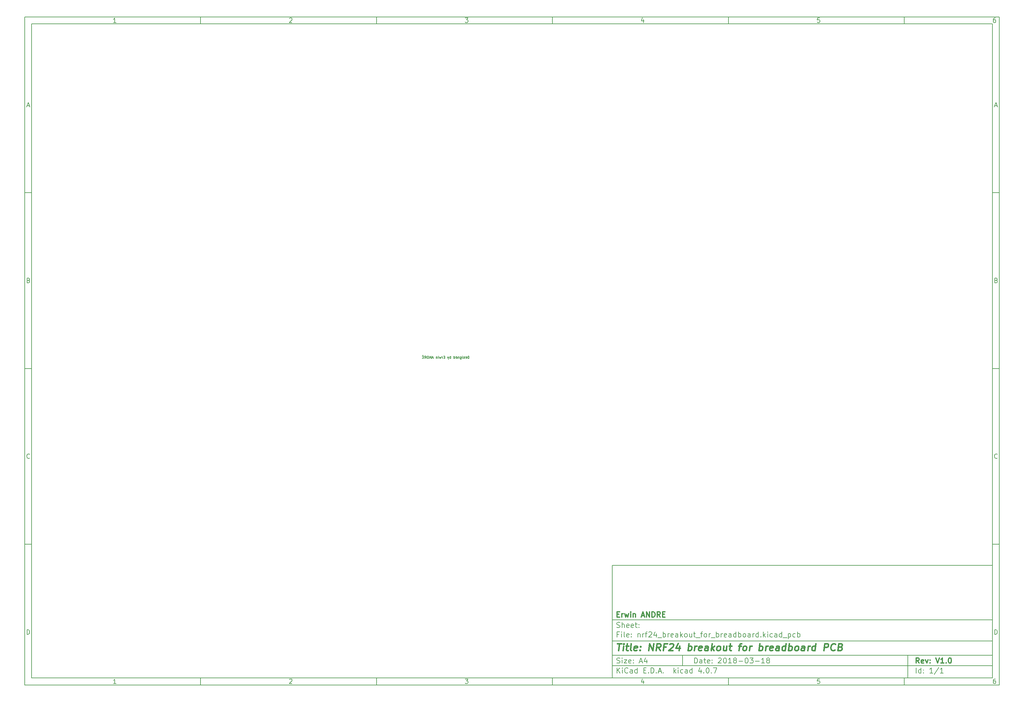
<source format=gbo>
G04 #@! TF.FileFunction,Legend,Bot*
%FSLAX46Y46*%
G04 Gerber Fmt 4.6, Leading zero omitted, Abs format (unit mm)*
G04 Created by KiCad (PCBNEW 4.0.7) date 03/19/18 18:58:34*
%MOMM*%
%LPD*%
G01*
G04 APERTURE LIST*
%ADD10C,0.100000*%
%ADD11C,0.150000*%
%ADD12C,0.300000*%
%ADD13C,0.400000*%
%ADD14C,0.175000*%
G04 APERTURE END LIST*
D10*
D11*
X177002200Y-166007200D02*
X177002200Y-198007200D01*
X285002200Y-198007200D01*
X285002200Y-166007200D01*
X177002200Y-166007200D01*
D10*
D11*
X10000000Y-10000000D02*
X10000000Y-200007200D01*
X287002200Y-200007200D01*
X287002200Y-10000000D01*
X10000000Y-10000000D01*
D10*
D11*
X12000000Y-12000000D02*
X12000000Y-198007200D01*
X285002200Y-198007200D01*
X285002200Y-12000000D01*
X12000000Y-12000000D01*
D10*
D11*
X60000000Y-12000000D02*
X60000000Y-10000000D01*
D10*
D11*
X110000000Y-12000000D02*
X110000000Y-10000000D01*
D10*
D11*
X160000000Y-12000000D02*
X160000000Y-10000000D01*
D10*
D11*
X210000000Y-12000000D02*
X210000000Y-10000000D01*
D10*
D11*
X260000000Y-12000000D02*
X260000000Y-10000000D01*
D10*
D11*
X35990476Y-11588095D02*
X35247619Y-11588095D01*
X35619048Y-11588095D02*
X35619048Y-10288095D01*
X35495238Y-10473810D01*
X35371429Y-10597619D01*
X35247619Y-10659524D01*
D10*
D11*
X85247619Y-10411905D02*
X85309524Y-10350000D01*
X85433333Y-10288095D01*
X85742857Y-10288095D01*
X85866667Y-10350000D01*
X85928571Y-10411905D01*
X85990476Y-10535714D01*
X85990476Y-10659524D01*
X85928571Y-10845238D01*
X85185714Y-11588095D01*
X85990476Y-11588095D01*
D10*
D11*
X135185714Y-10288095D02*
X135990476Y-10288095D01*
X135557143Y-10783333D01*
X135742857Y-10783333D01*
X135866667Y-10845238D01*
X135928571Y-10907143D01*
X135990476Y-11030952D01*
X135990476Y-11340476D01*
X135928571Y-11464286D01*
X135866667Y-11526190D01*
X135742857Y-11588095D01*
X135371429Y-11588095D01*
X135247619Y-11526190D01*
X135185714Y-11464286D01*
D10*
D11*
X185866667Y-10721429D02*
X185866667Y-11588095D01*
X185557143Y-10226190D02*
X185247619Y-11154762D01*
X186052381Y-11154762D01*
D10*
D11*
X235928571Y-10288095D02*
X235309524Y-10288095D01*
X235247619Y-10907143D01*
X235309524Y-10845238D01*
X235433333Y-10783333D01*
X235742857Y-10783333D01*
X235866667Y-10845238D01*
X235928571Y-10907143D01*
X235990476Y-11030952D01*
X235990476Y-11340476D01*
X235928571Y-11464286D01*
X235866667Y-11526190D01*
X235742857Y-11588095D01*
X235433333Y-11588095D01*
X235309524Y-11526190D01*
X235247619Y-11464286D01*
D10*
D11*
X285866667Y-10288095D02*
X285619048Y-10288095D01*
X285495238Y-10350000D01*
X285433333Y-10411905D01*
X285309524Y-10597619D01*
X285247619Y-10845238D01*
X285247619Y-11340476D01*
X285309524Y-11464286D01*
X285371429Y-11526190D01*
X285495238Y-11588095D01*
X285742857Y-11588095D01*
X285866667Y-11526190D01*
X285928571Y-11464286D01*
X285990476Y-11340476D01*
X285990476Y-11030952D01*
X285928571Y-10907143D01*
X285866667Y-10845238D01*
X285742857Y-10783333D01*
X285495238Y-10783333D01*
X285371429Y-10845238D01*
X285309524Y-10907143D01*
X285247619Y-11030952D01*
D10*
D11*
X60000000Y-198007200D02*
X60000000Y-200007200D01*
D10*
D11*
X110000000Y-198007200D02*
X110000000Y-200007200D01*
D10*
D11*
X160000000Y-198007200D02*
X160000000Y-200007200D01*
D10*
D11*
X210000000Y-198007200D02*
X210000000Y-200007200D01*
D10*
D11*
X260000000Y-198007200D02*
X260000000Y-200007200D01*
D10*
D11*
X35990476Y-199595295D02*
X35247619Y-199595295D01*
X35619048Y-199595295D02*
X35619048Y-198295295D01*
X35495238Y-198481010D01*
X35371429Y-198604819D01*
X35247619Y-198666724D01*
D10*
D11*
X85247619Y-198419105D02*
X85309524Y-198357200D01*
X85433333Y-198295295D01*
X85742857Y-198295295D01*
X85866667Y-198357200D01*
X85928571Y-198419105D01*
X85990476Y-198542914D01*
X85990476Y-198666724D01*
X85928571Y-198852438D01*
X85185714Y-199595295D01*
X85990476Y-199595295D01*
D10*
D11*
X135185714Y-198295295D02*
X135990476Y-198295295D01*
X135557143Y-198790533D01*
X135742857Y-198790533D01*
X135866667Y-198852438D01*
X135928571Y-198914343D01*
X135990476Y-199038152D01*
X135990476Y-199347676D01*
X135928571Y-199471486D01*
X135866667Y-199533390D01*
X135742857Y-199595295D01*
X135371429Y-199595295D01*
X135247619Y-199533390D01*
X135185714Y-199471486D01*
D10*
D11*
X185866667Y-198728629D02*
X185866667Y-199595295D01*
X185557143Y-198233390D02*
X185247619Y-199161962D01*
X186052381Y-199161962D01*
D10*
D11*
X235928571Y-198295295D02*
X235309524Y-198295295D01*
X235247619Y-198914343D01*
X235309524Y-198852438D01*
X235433333Y-198790533D01*
X235742857Y-198790533D01*
X235866667Y-198852438D01*
X235928571Y-198914343D01*
X235990476Y-199038152D01*
X235990476Y-199347676D01*
X235928571Y-199471486D01*
X235866667Y-199533390D01*
X235742857Y-199595295D01*
X235433333Y-199595295D01*
X235309524Y-199533390D01*
X235247619Y-199471486D01*
D10*
D11*
X285866667Y-198295295D02*
X285619048Y-198295295D01*
X285495238Y-198357200D01*
X285433333Y-198419105D01*
X285309524Y-198604819D01*
X285247619Y-198852438D01*
X285247619Y-199347676D01*
X285309524Y-199471486D01*
X285371429Y-199533390D01*
X285495238Y-199595295D01*
X285742857Y-199595295D01*
X285866667Y-199533390D01*
X285928571Y-199471486D01*
X285990476Y-199347676D01*
X285990476Y-199038152D01*
X285928571Y-198914343D01*
X285866667Y-198852438D01*
X285742857Y-198790533D01*
X285495238Y-198790533D01*
X285371429Y-198852438D01*
X285309524Y-198914343D01*
X285247619Y-199038152D01*
D10*
D11*
X10000000Y-60000000D02*
X12000000Y-60000000D01*
D10*
D11*
X10000000Y-110000000D02*
X12000000Y-110000000D01*
D10*
D11*
X10000000Y-160000000D02*
X12000000Y-160000000D01*
D10*
D11*
X10690476Y-35216667D02*
X11309524Y-35216667D01*
X10566667Y-35588095D02*
X11000000Y-34288095D01*
X11433333Y-35588095D01*
D10*
D11*
X11092857Y-84907143D02*
X11278571Y-84969048D01*
X11340476Y-85030952D01*
X11402381Y-85154762D01*
X11402381Y-85340476D01*
X11340476Y-85464286D01*
X11278571Y-85526190D01*
X11154762Y-85588095D01*
X10659524Y-85588095D01*
X10659524Y-84288095D01*
X11092857Y-84288095D01*
X11216667Y-84350000D01*
X11278571Y-84411905D01*
X11340476Y-84535714D01*
X11340476Y-84659524D01*
X11278571Y-84783333D01*
X11216667Y-84845238D01*
X11092857Y-84907143D01*
X10659524Y-84907143D01*
D10*
D11*
X11402381Y-135464286D02*
X11340476Y-135526190D01*
X11154762Y-135588095D01*
X11030952Y-135588095D01*
X10845238Y-135526190D01*
X10721429Y-135402381D01*
X10659524Y-135278571D01*
X10597619Y-135030952D01*
X10597619Y-134845238D01*
X10659524Y-134597619D01*
X10721429Y-134473810D01*
X10845238Y-134350000D01*
X11030952Y-134288095D01*
X11154762Y-134288095D01*
X11340476Y-134350000D01*
X11402381Y-134411905D01*
D10*
D11*
X10659524Y-185588095D02*
X10659524Y-184288095D01*
X10969048Y-184288095D01*
X11154762Y-184350000D01*
X11278571Y-184473810D01*
X11340476Y-184597619D01*
X11402381Y-184845238D01*
X11402381Y-185030952D01*
X11340476Y-185278571D01*
X11278571Y-185402381D01*
X11154762Y-185526190D01*
X10969048Y-185588095D01*
X10659524Y-185588095D01*
D10*
D11*
X287002200Y-60000000D02*
X285002200Y-60000000D01*
D10*
D11*
X287002200Y-110000000D02*
X285002200Y-110000000D01*
D10*
D11*
X287002200Y-160000000D02*
X285002200Y-160000000D01*
D10*
D11*
X285692676Y-35216667D02*
X286311724Y-35216667D01*
X285568867Y-35588095D02*
X286002200Y-34288095D01*
X286435533Y-35588095D01*
D10*
D11*
X286095057Y-84907143D02*
X286280771Y-84969048D01*
X286342676Y-85030952D01*
X286404581Y-85154762D01*
X286404581Y-85340476D01*
X286342676Y-85464286D01*
X286280771Y-85526190D01*
X286156962Y-85588095D01*
X285661724Y-85588095D01*
X285661724Y-84288095D01*
X286095057Y-84288095D01*
X286218867Y-84350000D01*
X286280771Y-84411905D01*
X286342676Y-84535714D01*
X286342676Y-84659524D01*
X286280771Y-84783333D01*
X286218867Y-84845238D01*
X286095057Y-84907143D01*
X285661724Y-84907143D01*
D10*
D11*
X286404581Y-135464286D02*
X286342676Y-135526190D01*
X286156962Y-135588095D01*
X286033152Y-135588095D01*
X285847438Y-135526190D01*
X285723629Y-135402381D01*
X285661724Y-135278571D01*
X285599819Y-135030952D01*
X285599819Y-134845238D01*
X285661724Y-134597619D01*
X285723629Y-134473810D01*
X285847438Y-134350000D01*
X286033152Y-134288095D01*
X286156962Y-134288095D01*
X286342676Y-134350000D01*
X286404581Y-134411905D01*
D10*
D11*
X285661724Y-185588095D02*
X285661724Y-184288095D01*
X285971248Y-184288095D01*
X286156962Y-184350000D01*
X286280771Y-184473810D01*
X286342676Y-184597619D01*
X286404581Y-184845238D01*
X286404581Y-185030952D01*
X286342676Y-185278571D01*
X286280771Y-185402381D01*
X286156962Y-185526190D01*
X285971248Y-185588095D01*
X285661724Y-185588095D01*
D10*
D11*
X200359343Y-193785771D02*
X200359343Y-192285771D01*
X200716486Y-192285771D01*
X200930771Y-192357200D01*
X201073629Y-192500057D01*
X201145057Y-192642914D01*
X201216486Y-192928629D01*
X201216486Y-193142914D01*
X201145057Y-193428629D01*
X201073629Y-193571486D01*
X200930771Y-193714343D01*
X200716486Y-193785771D01*
X200359343Y-193785771D01*
X202502200Y-193785771D02*
X202502200Y-193000057D01*
X202430771Y-192857200D01*
X202287914Y-192785771D01*
X202002200Y-192785771D01*
X201859343Y-192857200D01*
X202502200Y-193714343D02*
X202359343Y-193785771D01*
X202002200Y-193785771D01*
X201859343Y-193714343D01*
X201787914Y-193571486D01*
X201787914Y-193428629D01*
X201859343Y-193285771D01*
X202002200Y-193214343D01*
X202359343Y-193214343D01*
X202502200Y-193142914D01*
X203002200Y-192785771D02*
X203573629Y-192785771D01*
X203216486Y-192285771D02*
X203216486Y-193571486D01*
X203287914Y-193714343D01*
X203430772Y-193785771D01*
X203573629Y-193785771D01*
X204645057Y-193714343D02*
X204502200Y-193785771D01*
X204216486Y-193785771D01*
X204073629Y-193714343D01*
X204002200Y-193571486D01*
X204002200Y-193000057D01*
X204073629Y-192857200D01*
X204216486Y-192785771D01*
X204502200Y-192785771D01*
X204645057Y-192857200D01*
X204716486Y-193000057D01*
X204716486Y-193142914D01*
X204002200Y-193285771D01*
X205359343Y-193642914D02*
X205430771Y-193714343D01*
X205359343Y-193785771D01*
X205287914Y-193714343D01*
X205359343Y-193642914D01*
X205359343Y-193785771D01*
X205359343Y-192857200D02*
X205430771Y-192928629D01*
X205359343Y-193000057D01*
X205287914Y-192928629D01*
X205359343Y-192857200D01*
X205359343Y-193000057D01*
X207145057Y-192428629D02*
X207216486Y-192357200D01*
X207359343Y-192285771D01*
X207716486Y-192285771D01*
X207859343Y-192357200D01*
X207930772Y-192428629D01*
X208002200Y-192571486D01*
X208002200Y-192714343D01*
X207930772Y-192928629D01*
X207073629Y-193785771D01*
X208002200Y-193785771D01*
X208930771Y-192285771D02*
X209073628Y-192285771D01*
X209216485Y-192357200D01*
X209287914Y-192428629D01*
X209359343Y-192571486D01*
X209430771Y-192857200D01*
X209430771Y-193214343D01*
X209359343Y-193500057D01*
X209287914Y-193642914D01*
X209216485Y-193714343D01*
X209073628Y-193785771D01*
X208930771Y-193785771D01*
X208787914Y-193714343D01*
X208716485Y-193642914D01*
X208645057Y-193500057D01*
X208573628Y-193214343D01*
X208573628Y-192857200D01*
X208645057Y-192571486D01*
X208716485Y-192428629D01*
X208787914Y-192357200D01*
X208930771Y-192285771D01*
X210859342Y-193785771D02*
X210002199Y-193785771D01*
X210430771Y-193785771D02*
X210430771Y-192285771D01*
X210287914Y-192500057D01*
X210145056Y-192642914D01*
X210002199Y-192714343D01*
X211716485Y-192928629D02*
X211573627Y-192857200D01*
X211502199Y-192785771D01*
X211430770Y-192642914D01*
X211430770Y-192571486D01*
X211502199Y-192428629D01*
X211573627Y-192357200D01*
X211716485Y-192285771D01*
X212002199Y-192285771D01*
X212145056Y-192357200D01*
X212216485Y-192428629D01*
X212287913Y-192571486D01*
X212287913Y-192642914D01*
X212216485Y-192785771D01*
X212145056Y-192857200D01*
X212002199Y-192928629D01*
X211716485Y-192928629D01*
X211573627Y-193000057D01*
X211502199Y-193071486D01*
X211430770Y-193214343D01*
X211430770Y-193500057D01*
X211502199Y-193642914D01*
X211573627Y-193714343D01*
X211716485Y-193785771D01*
X212002199Y-193785771D01*
X212145056Y-193714343D01*
X212216485Y-193642914D01*
X212287913Y-193500057D01*
X212287913Y-193214343D01*
X212216485Y-193071486D01*
X212145056Y-193000057D01*
X212002199Y-192928629D01*
X212930770Y-193214343D02*
X214073627Y-193214343D01*
X215073627Y-192285771D02*
X215216484Y-192285771D01*
X215359341Y-192357200D01*
X215430770Y-192428629D01*
X215502199Y-192571486D01*
X215573627Y-192857200D01*
X215573627Y-193214343D01*
X215502199Y-193500057D01*
X215430770Y-193642914D01*
X215359341Y-193714343D01*
X215216484Y-193785771D01*
X215073627Y-193785771D01*
X214930770Y-193714343D01*
X214859341Y-193642914D01*
X214787913Y-193500057D01*
X214716484Y-193214343D01*
X214716484Y-192857200D01*
X214787913Y-192571486D01*
X214859341Y-192428629D01*
X214930770Y-192357200D01*
X215073627Y-192285771D01*
X216073627Y-192285771D02*
X217002198Y-192285771D01*
X216502198Y-192857200D01*
X216716484Y-192857200D01*
X216859341Y-192928629D01*
X216930770Y-193000057D01*
X217002198Y-193142914D01*
X217002198Y-193500057D01*
X216930770Y-193642914D01*
X216859341Y-193714343D01*
X216716484Y-193785771D01*
X216287912Y-193785771D01*
X216145055Y-193714343D01*
X216073627Y-193642914D01*
X217645055Y-193214343D02*
X218787912Y-193214343D01*
X220287912Y-193785771D02*
X219430769Y-193785771D01*
X219859341Y-193785771D02*
X219859341Y-192285771D01*
X219716484Y-192500057D01*
X219573626Y-192642914D01*
X219430769Y-192714343D01*
X221145055Y-192928629D02*
X221002197Y-192857200D01*
X220930769Y-192785771D01*
X220859340Y-192642914D01*
X220859340Y-192571486D01*
X220930769Y-192428629D01*
X221002197Y-192357200D01*
X221145055Y-192285771D01*
X221430769Y-192285771D01*
X221573626Y-192357200D01*
X221645055Y-192428629D01*
X221716483Y-192571486D01*
X221716483Y-192642914D01*
X221645055Y-192785771D01*
X221573626Y-192857200D01*
X221430769Y-192928629D01*
X221145055Y-192928629D01*
X221002197Y-193000057D01*
X220930769Y-193071486D01*
X220859340Y-193214343D01*
X220859340Y-193500057D01*
X220930769Y-193642914D01*
X221002197Y-193714343D01*
X221145055Y-193785771D01*
X221430769Y-193785771D01*
X221573626Y-193714343D01*
X221645055Y-193642914D01*
X221716483Y-193500057D01*
X221716483Y-193214343D01*
X221645055Y-193071486D01*
X221573626Y-193000057D01*
X221430769Y-192928629D01*
D10*
D11*
X177002200Y-194507200D02*
X285002200Y-194507200D01*
D10*
D11*
X178359343Y-196585771D02*
X178359343Y-195085771D01*
X179216486Y-196585771D02*
X178573629Y-195728629D01*
X179216486Y-195085771D02*
X178359343Y-195942914D01*
X179859343Y-196585771D02*
X179859343Y-195585771D01*
X179859343Y-195085771D02*
X179787914Y-195157200D01*
X179859343Y-195228629D01*
X179930771Y-195157200D01*
X179859343Y-195085771D01*
X179859343Y-195228629D01*
X181430772Y-196442914D02*
X181359343Y-196514343D01*
X181145057Y-196585771D01*
X181002200Y-196585771D01*
X180787915Y-196514343D01*
X180645057Y-196371486D01*
X180573629Y-196228629D01*
X180502200Y-195942914D01*
X180502200Y-195728629D01*
X180573629Y-195442914D01*
X180645057Y-195300057D01*
X180787915Y-195157200D01*
X181002200Y-195085771D01*
X181145057Y-195085771D01*
X181359343Y-195157200D01*
X181430772Y-195228629D01*
X182716486Y-196585771D02*
X182716486Y-195800057D01*
X182645057Y-195657200D01*
X182502200Y-195585771D01*
X182216486Y-195585771D01*
X182073629Y-195657200D01*
X182716486Y-196514343D02*
X182573629Y-196585771D01*
X182216486Y-196585771D01*
X182073629Y-196514343D01*
X182002200Y-196371486D01*
X182002200Y-196228629D01*
X182073629Y-196085771D01*
X182216486Y-196014343D01*
X182573629Y-196014343D01*
X182716486Y-195942914D01*
X184073629Y-196585771D02*
X184073629Y-195085771D01*
X184073629Y-196514343D02*
X183930772Y-196585771D01*
X183645058Y-196585771D01*
X183502200Y-196514343D01*
X183430772Y-196442914D01*
X183359343Y-196300057D01*
X183359343Y-195871486D01*
X183430772Y-195728629D01*
X183502200Y-195657200D01*
X183645058Y-195585771D01*
X183930772Y-195585771D01*
X184073629Y-195657200D01*
X185930772Y-195800057D02*
X186430772Y-195800057D01*
X186645058Y-196585771D02*
X185930772Y-196585771D01*
X185930772Y-195085771D01*
X186645058Y-195085771D01*
X187287915Y-196442914D02*
X187359343Y-196514343D01*
X187287915Y-196585771D01*
X187216486Y-196514343D01*
X187287915Y-196442914D01*
X187287915Y-196585771D01*
X188002201Y-196585771D02*
X188002201Y-195085771D01*
X188359344Y-195085771D01*
X188573629Y-195157200D01*
X188716487Y-195300057D01*
X188787915Y-195442914D01*
X188859344Y-195728629D01*
X188859344Y-195942914D01*
X188787915Y-196228629D01*
X188716487Y-196371486D01*
X188573629Y-196514343D01*
X188359344Y-196585771D01*
X188002201Y-196585771D01*
X189502201Y-196442914D02*
X189573629Y-196514343D01*
X189502201Y-196585771D01*
X189430772Y-196514343D01*
X189502201Y-196442914D01*
X189502201Y-196585771D01*
X190145058Y-196157200D02*
X190859344Y-196157200D01*
X190002201Y-196585771D02*
X190502201Y-195085771D01*
X191002201Y-196585771D01*
X191502201Y-196442914D02*
X191573629Y-196514343D01*
X191502201Y-196585771D01*
X191430772Y-196514343D01*
X191502201Y-196442914D01*
X191502201Y-196585771D01*
X194502201Y-196585771D02*
X194502201Y-195085771D01*
X194645058Y-196014343D02*
X195073629Y-196585771D01*
X195073629Y-195585771D02*
X194502201Y-196157200D01*
X195716487Y-196585771D02*
X195716487Y-195585771D01*
X195716487Y-195085771D02*
X195645058Y-195157200D01*
X195716487Y-195228629D01*
X195787915Y-195157200D01*
X195716487Y-195085771D01*
X195716487Y-195228629D01*
X197073630Y-196514343D02*
X196930773Y-196585771D01*
X196645059Y-196585771D01*
X196502201Y-196514343D01*
X196430773Y-196442914D01*
X196359344Y-196300057D01*
X196359344Y-195871486D01*
X196430773Y-195728629D01*
X196502201Y-195657200D01*
X196645059Y-195585771D01*
X196930773Y-195585771D01*
X197073630Y-195657200D01*
X198359344Y-196585771D02*
X198359344Y-195800057D01*
X198287915Y-195657200D01*
X198145058Y-195585771D01*
X197859344Y-195585771D01*
X197716487Y-195657200D01*
X198359344Y-196514343D02*
X198216487Y-196585771D01*
X197859344Y-196585771D01*
X197716487Y-196514343D01*
X197645058Y-196371486D01*
X197645058Y-196228629D01*
X197716487Y-196085771D01*
X197859344Y-196014343D01*
X198216487Y-196014343D01*
X198359344Y-195942914D01*
X199716487Y-196585771D02*
X199716487Y-195085771D01*
X199716487Y-196514343D02*
X199573630Y-196585771D01*
X199287916Y-196585771D01*
X199145058Y-196514343D01*
X199073630Y-196442914D01*
X199002201Y-196300057D01*
X199002201Y-195871486D01*
X199073630Y-195728629D01*
X199145058Y-195657200D01*
X199287916Y-195585771D01*
X199573630Y-195585771D01*
X199716487Y-195657200D01*
X202216487Y-195585771D02*
X202216487Y-196585771D01*
X201859344Y-195014343D02*
X201502201Y-196085771D01*
X202430773Y-196085771D01*
X203002201Y-196442914D02*
X203073629Y-196514343D01*
X203002201Y-196585771D01*
X202930772Y-196514343D01*
X203002201Y-196442914D01*
X203002201Y-196585771D01*
X204002201Y-195085771D02*
X204145058Y-195085771D01*
X204287915Y-195157200D01*
X204359344Y-195228629D01*
X204430773Y-195371486D01*
X204502201Y-195657200D01*
X204502201Y-196014343D01*
X204430773Y-196300057D01*
X204359344Y-196442914D01*
X204287915Y-196514343D01*
X204145058Y-196585771D01*
X204002201Y-196585771D01*
X203859344Y-196514343D01*
X203787915Y-196442914D01*
X203716487Y-196300057D01*
X203645058Y-196014343D01*
X203645058Y-195657200D01*
X203716487Y-195371486D01*
X203787915Y-195228629D01*
X203859344Y-195157200D01*
X204002201Y-195085771D01*
X205145058Y-196442914D02*
X205216486Y-196514343D01*
X205145058Y-196585771D01*
X205073629Y-196514343D01*
X205145058Y-196442914D01*
X205145058Y-196585771D01*
X205716487Y-195085771D02*
X206716487Y-195085771D01*
X206073630Y-196585771D01*
D10*
D11*
X177002200Y-191507200D02*
X285002200Y-191507200D01*
D10*
D12*
X264216486Y-193785771D02*
X263716486Y-193071486D01*
X263359343Y-193785771D02*
X263359343Y-192285771D01*
X263930771Y-192285771D01*
X264073629Y-192357200D01*
X264145057Y-192428629D01*
X264216486Y-192571486D01*
X264216486Y-192785771D01*
X264145057Y-192928629D01*
X264073629Y-193000057D01*
X263930771Y-193071486D01*
X263359343Y-193071486D01*
X265430771Y-193714343D02*
X265287914Y-193785771D01*
X265002200Y-193785771D01*
X264859343Y-193714343D01*
X264787914Y-193571486D01*
X264787914Y-193000057D01*
X264859343Y-192857200D01*
X265002200Y-192785771D01*
X265287914Y-192785771D01*
X265430771Y-192857200D01*
X265502200Y-193000057D01*
X265502200Y-193142914D01*
X264787914Y-193285771D01*
X266002200Y-192785771D02*
X266359343Y-193785771D01*
X266716485Y-192785771D01*
X267287914Y-193642914D02*
X267359342Y-193714343D01*
X267287914Y-193785771D01*
X267216485Y-193714343D01*
X267287914Y-193642914D01*
X267287914Y-193785771D01*
X267287914Y-192857200D02*
X267359342Y-192928629D01*
X267287914Y-193000057D01*
X267216485Y-192928629D01*
X267287914Y-192857200D01*
X267287914Y-193000057D01*
X268930771Y-192285771D02*
X269430771Y-193785771D01*
X269930771Y-192285771D01*
X271216485Y-193785771D02*
X270359342Y-193785771D01*
X270787914Y-193785771D02*
X270787914Y-192285771D01*
X270645057Y-192500057D01*
X270502199Y-192642914D01*
X270359342Y-192714343D01*
X271859342Y-193642914D02*
X271930770Y-193714343D01*
X271859342Y-193785771D01*
X271787913Y-193714343D01*
X271859342Y-193642914D01*
X271859342Y-193785771D01*
X272859342Y-192285771D02*
X273002199Y-192285771D01*
X273145056Y-192357200D01*
X273216485Y-192428629D01*
X273287914Y-192571486D01*
X273359342Y-192857200D01*
X273359342Y-193214343D01*
X273287914Y-193500057D01*
X273216485Y-193642914D01*
X273145056Y-193714343D01*
X273002199Y-193785771D01*
X272859342Y-193785771D01*
X272716485Y-193714343D01*
X272645056Y-193642914D01*
X272573628Y-193500057D01*
X272502199Y-193214343D01*
X272502199Y-192857200D01*
X272573628Y-192571486D01*
X272645056Y-192428629D01*
X272716485Y-192357200D01*
X272859342Y-192285771D01*
D10*
D11*
X178287914Y-193714343D02*
X178502200Y-193785771D01*
X178859343Y-193785771D01*
X179002200Y-193714343D01*
X179073629Y-193642914D01*
X179145057Y-193500057D01*
X179145057Y-193357200D01*
X179073629Y-193214343D01*
X179002200Y-193142914D01*
X178859343Y-193071486D01*
X178573629Y-193000057D01*
X178430771Y-192928629D01*
X178359343Y-192857200D01*
X178287914Y-192714343D01*
X178287914Y-192571486D01*
X178359343Y-192428629D01*
X178430771Y-192357200D01*
X178573629Y-192285771D01*
X178930771Y-192285771D01*
X179145057Y-192357200D01*
X179787914Y-193785771D02*
X179787914Y-192785771D01*
X179787914Y-192285771D02*
X179716485Y-192357200D01*
X179787914Y-192428629D01*
X179859342Y-192357200D01*
X179787914Y-192285771D01*
X179787914Y-192428629D01*
X180359343Y-192785771D02*
X181145057Y-192785771D01*
X180359343Y-193785771D01*
X181145057Y-193785771D01*
X182287914Y-193714343D02*
X182145057Y-193785771D01*
X181859343Y-193785771D01*
X181716486Y-193714343D01*
X181645057Y-193571486D01*
X181645057Y-193000057D01*
X181716486Y-192857200D01*
X181859343Y-192785771D01*
X182145057Y-192785771D01*
X182287914Y-192857200D01*
X182359343Y-193000057D01*
X182359343Y-193142914D01*
X181645057Y-193285771D01*
X183002200Y-193642914D02*
X183073628Y-193714343D01*
X183002200Y-193785771D01*
X182930771Y-193714343D01*
X183002200Y-193642914D01*
X183002200Y-193785771D01*
X183002200Y-192857200D02*
X183073628Y-192928629D01*
X183002200Y-193000057D01*
X182930771Y-192928629D01*
X183002200Y-192857200D01*
X183002200Y-193000057D01*
X184787914Y-193357200D02*
X185502200Y-193357200D01*
X184645057Y-193785771D02*
X185145057Y-192285771D01*
X185645057Y-193785771D01*
X186787914Y-192785771D02*
X186787914Y-193785771D01*
X186430771Y-192214343D02*
X186073628Y-193285771D01*
X187002200Y-193285771D01*
D10*
D11*
X263359343Y-196585771D02*
X263359343Y-195085771D01*
X264716486Y-196585771D02*
X264716486Y-195085771D01*
X264716486Y-196514343D02*
X264573629Y-196585771D01*
X264287915Y-196585771D01*
X264145057Y-196514343D01*
X264073629Y-196442914D01*
X264002200Y-196300057D01*
X264002200Y-195871486D01*
X264073629Y-195728629D01*
X264145057Y-195657200D01*
X264287915Y-195585771D01*
X264573629Y-195585771D01*
X264716486Y-195657200D01*
X265430772Y-196442914D02*
X265502200Y-196514343D01*
X265430772Y-196585771D01*
X265359343Y-196514343D01*
X265430772Y-196442914D01*
X265430772Y-196585771D01*
X265430772Y-195657200D02*
X265502200Y-195728629D01*
X265430772Y-195800057D01*
X265359343Y-195728629D01*
X265430772Y-195657200D01*
X265430772Y-195800057D01*
X268073629Y-196585771D02*
X267216486Y-196585771D01*
X267645058Y-196585771D02*
X267645058Y-195085771D01*
X267502201Y-195300057D01*
X267359343Y-195442914D01*
X267216486Y-195514343D01*
X269787914Y-195014343D02*
X268502200Y-196942914D01*
X271073629Y-196585771D02*
X270216486Y-196585771D01*
X270645058Y-196585771D02*
X270645058Y-195085771D01*
X270502201Y-195300057D01*
X270359343Y-195442914D01*
X270216486Y-195514343D01*
D10*
D11*
X177002200Y-187507200D02*
X285002200Y-187507200D01*
D10*
D13*
X178454581Y-188211962D02*
X179597438Y-188211962D01*
X178776010Y-190211962D02*
X179026010Y-188211962D01*
X180014105Y-190211962D02*
X180180771Y-188878629D01*
X180264105Y-188211962D02*
X180156962Y-188307200D01*
X180240295Y-188402438D01*
X180347439Y-188307200D01*
X180264105Y-188211962D01*
X180240295Y-188402438D01*
X180847438Y-188878629D02*
X181609343Y-188878629D01*
X181216486Y-188211962D02*
X181002200Y-189926248D01*
X181073630Y-190116724D01*
X181252201Y-190211962D01*
X181442677Y-190211962D01*
X182395058Y-190211962D02*
X182216487Y-190116724D01*
X182145057Y-189926248D01*
X182359343Y-188211962D01*
X183930772Y-190116724D02*
X183728391Y-190211962D01*
X183347439Y-190211962D01*
X183168867Y-190116724D01*
X183097438Y-189926248D01*
X183192676Y-189164343D01*
X183311724Y-188973867D01*
X183514105Y-188878629D01*
X183895057Y-188878629D01*
X184073629Y-188973867D01*
X184145057Y-189164343D01*
X184121248Y-189354819D01*
X183145057Y-189545295D01*
X184895057Y-190021486D02*
X184978392Y-190116724D01*
X184871248Y-190211962D01*
X184787915Y-190116724D01*
X184895057Y-190021486D01*
X184871248Y-190211962D01*
X185026010Y-188973867D02*
X185109344Y-189069105D01*
X185002200Y-189164343D01*
X184918867Y-189069105D01*
X185026010Y-188973867D01*
X185002200Y-189164343D01*
X187347439Y-190211962D02*
X187597439Y-188211962D01*
X188490297Y-190211962D01*
X188740297Y-188211962D01*
X190585535Y-190211962D02*
X190037915Y-189259581D01*
X189442677Y-190211962D02*
X189692677Y-188211962D01*
X190454582Y-188211962D01*
X190633153Y-188307200D01*
X190716487Y-188402438D01*
X190787916Y-188592914D01*
X190752201Y-188878629D01*
X190633154Y-189069105D01*
X190526010Y-189164343D01*
X190323629Y-189259581D01*
X189561724Y-189259581D01*
X192240296Y-189164343D02*
X191573629Y-189164343D01*
X191442677Y-190211962D02*
X191692677Y-188211962D01*
X192645058Y-188211962D01*
X193287915Y-188402438D02*
X193395058Y-188307200D01*
X193597440Y-188211962D01*
X194073630Y-188211962D01*
X194252201Y-188307200D01*
X194335534Y-188402438D01*
X194406964Y-188592914D01*
X194383154Y-188783390D01*
X194252201Y-189069105D01*
X192966487Y-190211962D01*
X194204583Y-190211962D01*
X196085534Y-188878629D02*
X195918868Y-190211962D01*
X195704583Y-188116724D02*
X195049820Y-189545295D01*
X196287916Y-189545295D01*
X198490297Y-190211962D02*
X198740297Y-188211962D01*
X198645059Y-188973867D02*
X198847440Y-188878629D01*
X199228392Y-188878629D01*
X199406964Y-188973867D01*
X199490297Y-189069105D01*
X199561725Y-189259581D01*
X199490297Y-189831010D01*
X199371249Y-190021486D01*
X199264107Y-190116724D01*
X199061726Y-190211962D01*
X198680774Y-190211962D01*
X198502202Y-190116724D01*
X200299821Y-190211962D02*
X200466487Y-188878629D01*
X200418868Y-189259581D02*
X200537917Y-189069105D01*
X200645060Y-188973867D01*
X200847440Y-188878629D01*
X201037916Y-188878629D01*
X202311726Y-190116724D02*
X202109345Y-190211962D01*
X201728393Y-190211962D01*
X201549821Y-190116724D01*
X201478392Y-189926248D01*
X201573630Y-189164343D01*
X201692678Y-188973867D01*
X201895059Y-188878629D01*
X202276011Y-188878629D01*
X202454583Y-188973867D01*
X202526011Y-189164343D01*
X202502202Y-189354819D01*
X201526011Y-189545295D01*
X204109345Y-190211962D02*
X204240297Y-189164343D01*
X204168869Y-188973867D01*
X203990297Y-188878629D01*
X203609345Y-188878629D01*
X203406964Y-188973867D01*
X204121250Y-190116724D02*
X203918869Y-190211962D01*
X203442679Y-190211962D01*
X203264107Y-190116724D01*
X203192678Y-189926248D01*
X203216488Y-189735771D01*
X203335535Y-189545295D01*
X203537917Y-189450057D01*
X204014107Y-189450057D01*
X204216488Y-189354819D01*
X205061726Y-190211962D02*
X205311726Y-188211962D01*
X205347441Y-189450057D02*
X205823631Y-190211962D01*
X205990297Y-188878629D02*
X205133154Y-189640533D01*
X206966489Y-190211962D02*
X206787918Y-190116724D01*
X206704583Y-190021486D01*
X206633155Y-189831010D01*
X206704583Y-189259581D01*
X206823631Y-189069105D01*
X206930775Y-188973867D01*
X207133155Y-188878629D01*
X207418869Y-188878629D01*
X207597441Y-188973867D01*
X207680774Y-189069105D01*
X207752202Y-189259581D01*
X207680774Y-189831010D01*
X207561726Y-190021486D01*
X207454584Y-190116724D01*
X207252203Y-190211962D01*
X206966489Y-190211962D01*
X209514107Y-188878629D02*
X209347441Y-190211962D01*
X208656964Y-188878629D02*
X208526012Y-189926248D01*
X208597442Y-190116724D01*
X208776013Y-190211962D01*
X209061727Y-190211962D01*
X209264108Y-190116724D01*
X209371250Y-190021486D01*
X210180774Y-188878629D02*
X210942679Y-188878629D01*
X210549822Y-188211962D02*
X210335536Y-189926248D01*
X210406966Y-190116724D01*
X210585537Y-190211962D01*
X210776013Y-190211962D01*
X212847441Y-188878629D02*
X213609346Y-188878629D01*
X212966489Y-190211962D02*
X213180775Y-188497676D01*
X213299823Y-188307200D01*
X213502204Y-188211962D01*
X213692680Y-188211962D01*
X214395061Y-190211962D02*
X214216490Y-190116724D01*
X214133155Y-190021486D01*
X214061727Y-189831010D01*
X214133155Y-189259581D01*
X214252203Y-189069105D01*
X214359347Y-188973867D01*
X214561727Y-188878629D01*
X214847441Y-188878629D01*
X215026013Y-188973867D01*
X215109346Y-189069105D01*
X215180774Y-189259581D01*
X215109346Y-189831010D01*
X214990298Y-190021486D01*
X214883156Y-190116724D01*
X214680775Y-190211962D01*
X214395061Y-190211962D01*
X215918870Y-190211962D02*
X216085536Y-188878629D01*
X216037917Y-189259581D02*
X216156966Y-189069105D01*
X216264109Y-188973867D01*
X216466489Y-188878629D01*
X216656965Y-188878629D01*
X218680775Y-190211962D02*
X218930775Y-188211962D01*
X218835537Y-188973867D02*
X219037918Y-188878629D01*
X219418870Y-188878629D01*
X219597442Y-188973867D01*
X219680775Y-189069105D01*
X219752203Y-189259581D01*
X219680775Y-189831010D01*
X219561727Y-190021486D01*
X219454585Y-190116724D01*
X219252204Y-190211962D01*
X218871252Y-190211962D01*
X218692680Y-190116724D01*
X220490299Y-190211962D02*
X220656965Y-188878629D01*
X220609346Y-189259581D02*
X220728395Y-189069105D01*
X220835538Y-188973867D01*
X221037918Y-188878629D01*
X221228394Y-188878629D01*
X222502204Y-190116724D02*
X222299823Y-190211962D01*
X221918871Y-190211962D01*
X221740299Y-190116724D01*
X221668870Y-189926248D01*
X221764108Y-189164343D01*
X221883156Y-188973867D01*
X222085537Y-188878629D01*
X222466489Y-188878629D01*
X222645061Y-188973867D01*
X222716489Y-189164343D01*
X222692680Y-189354819D01*
X221716489Y-189545295D01*
X224299823Y-190211962D02*
X224430775Y-189164343D01*
X224359347Y-188973867D01*
X224180775Y-188878629D01*
X223799823Y-188878629D01*
X223597442Y-188973867D01*
X224311728Y-190116724D02*
X224109347Y-190211962D01*
X223633157Y-190211962D01*
X223454585Y-190116724D01*
X223383156Y-189926248D01*
X223406966Y-189735771D01*
X223526013Y-189545295D01*
X223728395Y-189450057D01*
X224204585Y-189450057D01*
X224406966Y-189354819D01*
X226109347Y-190211962D02*
X226359347Y-188211962D01*
X226121252Y-190116724D02*
X225918871Y-190211962D01*
X225537919Y-190211962D01*
X225359348Y-190116724D01*
X225276013Y-190021486D01*
X225204585Y-189831010D01*
X225276013Y-189259581D01*
X225395061Y-189069105D01*
X225502205Y-188973867D01*
X225704585Y-188878629D01*
X226085537Y-188878629D01*
X226264109Y-188973867D01*
X227061728Y-190211962D02*
X227311728Y-188211962D01*
X227216490Y-188973867D02*
X227418871Y-188878629D01*
X227799823Y-188878629D01*
X227978395Y-188973867D01*
X228061728Y-189069105D01*
X228133156Y-189259581D01*
X228061728Y-189831010D01*
X227942680Y-190021486D01*
X227835538Y-190116724D01*
X227633157Y-190211962D01*
X227252205Y-190211962D01*
X227073633Y-190116724D01*
X229156967Y-190211962D02*
X228978396Y-190116724D01*
X228895061Y-190021486D01*
X228823633Y-189831010D01*
X228895061Y-189259581D01*
X229014109Y-189069105D01*
X229121253Y-188973867D01*
X229323633Y-188878629D01*
X229609347Y-188878629D01*
X229787919Y-188973867D01*
X229871252Y-189069105D01*
X229942680Y-189259581D01*
X229871252Y-189831010D01*
X229752204Y-190021486D01*
X229645062Y-190116724D01*
X229442681Y-190211962D01*
X229156967Y-190211962D01*
X231537919Y-190211962D02*
X231668871Y-189164343D01*
X231597443Y-188973867D01*
X231418871Y-188878629D01*
X231037919Y-188878629D01*
X230835538Y-188973867D01*
X231549824Y-190116724D02*
X231347443Y-190211962D01*
X230871253Y-190211962D01*
X230692681Y-190116724D01*
X230621252Y-189926248D01*
X230645062Y-189735771D01*
X230764109Y-189545295D01*
X230966491Y-189450057D01*
X231442681Y-189450057D01*
X231645062Y-189354819D01*
X232490300Y-190211962D02*
X232656966Y-188878629D01*
X232609347Y-189259581D02*
X232728396Y-189069105D01*
X232835539Y-188973867D01*
X233037919Y-188878629D01*
X233228395Y-188878629D01*
X234585538Y-190211962D02*
X234835538Y-188211962D01*
X234597443Y-190116724D02*
X234395062Y-190211962D01*
X234014110Y-190211962D01*
X233835539Y-190116724D01*
X233752204Y-190021486D01*
X233680776Y-189831010D01*
X233752204Y-189259581D01*
X233871252Y-189069105D01*
X233978396Y-188973867D01*
X234180776Y-188878629D01*
X234561728Y-188878629D01*
X234740300Y-188973867D01*
X237061729Y-190211962D02*
X237311729Y-188211962D01*
X238073634Y-188211962D01*
X238252205Y-188307200D01*
X238335539Y-188402438D01*
X238406968Y-188592914D01*
X238371253Y-188878629D01*
X238252206Y-189069105D01*
X238145062Y-189164343D01*
X237942681Y-189259581D01*
X237180776Y-189259581D01*
X240228396Y-190021486D02*
X240121254Y-190116724D01*
X239823634Y-190211962D01*
X239633158Y-190211962D01*
X239359349Y-190116724D01*
X239192682Y-189926248D01*
X239121253Y-189735771D01*
X239073634Y-189354819D01*
X239109348Y-189069105D01*
X239252205Y-188688152D01*
X239371254Y-188497676D01*
X239585539Y-188307200D01*
X239883158Y-188211962D01*
X240073634Y-188211962D01*
X240347444Y-188307200D01*
X240430777Y-188402438D01*
X241859348Y-189164343D02*
X242133157Y-189259581D01*
X242216492Y-189354819D01*
X242287920Y-189545295D01*
X242252206Y-189831010D01*
X242133158Y-190021486D01*
X242026015Y-190116724D01*
X241823634Y-190211962D01*
X241061729Y-190211962D01*
X241311729Y-188211962D01*
X241978396Y-188211962D01*
X242156967Y-188307200D01*
X242240300Y-188402438D01*
X242311730Y-188592914D01*
X242287920Y-188783390D01*
X242168872Y-188973867D01*
X242061729Y-189069105D01*
X241859348Y-189164343D01*
X241192681Y-189164343D01*
D10*
D11*
X178859343Y-185600057D02*
X178359343Y-185600057D01*
X178359343Y-186385771D02*
X178359343Y-184885771D01*
X179073629Y-184885771D01*
X179645057Y-186385771D02*
X179645057Y-185385771D01*
X179645057Y-184885771D02*
X179573628Y-184957200D01*
X179645057Y-185028629D01*
X179716485Y-184957200D01*
X179645057Y-184885771D01*
X179645057Y-185028629D01*
X180573629Y-186385771D02*
X180430771Y-186314343D01*
X180359343Y-186171486D01*
X180359343Y-184885771D01*
X181716485Y-186314343D02*
X181573628Y-186385771D01*
X181287914Y-186385771D01*
X181145057Y-186314343D01*
X181073628Y-186171486D01*
X181073628Y-185600057D01*
X181145057Y-185457200D01*
X181287914Y-185385771D01*
X181573628Y-185385771D01*
X181716485Y-185457200D01*
X181787914Y-185600057D01*
X181787914Y-185742914D01*
X181073628Y-185885771D01*
X182430771Y-186242914D02*
X182502199Y-186314343D01*
X182430771Y-186385771D01*
X182359342Y-186314343D01*
X182430771Y-186242914D01*
X182430771Y-186385771D01*
X182430771Y-185457200D02*
X182502199Y-185528629D01*
X182430771Y-185600057D01*
X182359342Y-185528629D01*
X182430771Y-185457200D01*
X182430771Y-185600057D01*
X184287914Y-185385771D02*
X184287914Y-186385771D01*
X184287914Y-185528629D02*
X184359342Y-185457200D01*
X184502200Y-185385771D01*
X184716485Y-185385771D01*
X184859342Y-185457200D01*
X184930771Y-185600057D01*
X184930771Y-186385771D01*
X185645057Y-186385771D02*
X185645057Y-185385771D01*
X185645057Y-185671486D02*
X185716485Y-185528629D01*
X185787914Y-185457200D01*
X185930771Y-185385771D01*
X186073628Y-185385771D01*
X186359342Y-185385771D02*
X186930771Y-185385771D01*
X186573628Y-186385771D02*
X186573628Y-185100057D01*
X186645056Y-184957200D01*
X186787914Y-184885771D01*
X186930771Y-184885771D01*
X187359342Y-185028629D02*
X187430771Y-184957200D01*
X187573628Y-184885771D01*
X187930771Y-184885771D01*
X188073628Y-184957200D01*
X188145057Y-185028629D01*
X188216485Y-185171486D01*
X188216485Y-185314343D01*
X188145057Y-185528629D01*
X187287914Y-186385771D01*
X188216485Y-186385771D01*
X189502199Y-185385771D02*
X189502199Y-186385771D01*
X189145056Y-184814343D02*
X188787913Y-185885771D01*
X189716485Y-185885771D01*
X189930770Y-186528629D02*
X191073627Y-186528629D01*
X191430770Y-186385771D02*
X191430770Y-184885771D01*
X191430770Y-185457200D02*
X191573627Y-185385771D01*
X191859341Y-185385771D01*
X192002198Y-185457200D01*
X192073627Y-185528629D01*
X192145056Y-185671486D01*
X192145056Y-186100057D01*
X192073627Y-186242914D01*
X192002198Y-186314343D01*
X191859341Y-186385771D01*
X191573627Y-186385771D01*
X191430770Y-186314343D01*
X192787913Y-186385771D02*
X192787913Y-185385771D01*
X192787913Y-185671486D02*
X192859341Y-185528629D01*
X192930770Y-185457200D01*
X193073627Y-185385771D01*
X193216484Y-185385771D01*
X194287912Y-186314343D02*
X194145055Y-186385771D01*
X193859341Y-186385771D01*
X193716484Y-186314343D01*
X193645055Y-186171486D01*
X193645055Y-185600057D01*
X193716484Y-185457200D01*
X193859341Y-185385771D01*
X194145055Y-185385771D01*
X194287912Y-185457200D01*
X194359341Y-185600057D01*
X194359341Y-185742914D01*
X193645055Y-185885771D01*
X195645055Y-186385771D02*
X195645055Y-185600057D01*
X195573626Y-185457200D01*
X195430769Y-185385771D01*
X195145055Y-185385771D01*
X195002198Y-185457200D01*
X195645055Y-186314343D02*
X195502198Y-186385771D01*
X195145055Y-186385771D01*
X195002198Y-186314343D01*
X194930769Y-186171486D01*
X194930769Y-186028629D01*
X195002198Y-185885771D01*
X195145055Y-185814343D01*
X195502198Y-185814343D01*
X195645055Y-185742914D01*
X196359341Y-186385771D02*
X196359341Y-184885771D01*
X196502198Y-185814343D02*
X196930769Y-186385771D01*
X196930769Y-185385771D02*
X196359341Y-185957200D01*
X197787913Y-186385771D02*
X197645055Y-186314343D01*
X197573627Y-186242914D01*
X197502198Y-186100057D01*
X197502198Y-185671486D01*
X197573627Y-185528629D01*
X197645055Y-185457200D01*
X197787913Y-185385771D01*
X198002198Y-185385771D01*
X198145055Y-185457200D01*
X198216484Y-185528629D01*
X198287913Y-185671486D01*
X198287913Y-186100057D01*
X198216484Y-186242914D01*
X198145055Y-186314343D01*
X198002198Y-186385771D01*
X197787913Y-186385771D01*
X199573627Y-185385771D02*
X199573627Y-186385771D01*
X198930770Y-185385771D02*
X198930770Y-186171486D01*
X199002198Y-186314343D01*
X199145056Y-186385771D01*
X199359341Y-186385771D01*
X199502198Y-186314343D01*
X199573627Y-186242914D01*
X200073627Y-185385771D02*
X200645056Y-185385771D01*
X200287913Y-184885771D02*
X200287913Y-186171486D01*
X200359341Y-186314343D01*
X200502199Y-186385771D01*
X200645056Y-186385771D01*
X200787913Y-186528629D02*
X201930770Y-186528629D01*
X202073627Y-185385771D02*
X202645056Y-185385771D01*
X202287913Y-186385771D02*
X202287913Y-185100057D01*
X202359341Y-184957200D01*
X202502199Y-184885771D01*
X202645056Y-184885771D01*
X203359342Y-186385771D02*
X203216484Y-186314343D01*
X203145056Y-186242914D01*
X203073627Y-186100057D01*
X203073627Y-185671486D01*
X203145056Y-185528629D01*
X203216484Y-185457200D01*
X203359342Y-185385771D01*
X203573627Y-185385771D01*
X203716484Y-185457200D01*
X203787913Y-185528629D01*
X203859342Y-185671486D01*
X203859342Y-186100057D01*
X203787913Y-186242914D01*
X203716484Y-186314343D01*
X203573627Y-186385771D01*
X203359342Y-186385771D01*
X204502199Y-186385771D02*
X204502199Y-185385771D01*
X204502199Y-185671486D02*
X204573627Y-185528629D01*
X204645056Y-185457200D01*
X204787913Y-185385771D01*
X204930770Y-185385771D01*
X205073627Y-186528629D02*
X206216484Y-186528629D01*
X206573627Y-186385771D02*
X206573627Y-184885771D01*
X206573627Y-185457200D02*
X206716484Y-185385771D01*
X207002198Y-185385771D01*
X207145055Y-185457200D01*
X207216484Y-185528629D01*
X207287913Y-185671486D01*
X207287913Y-186100057D01*
X207216484Y-186242914D01*
X207145055Y-186314343D01*
X207002198Y-186385771D01*
X206716484Y-186385771D01*
X206573627Y-186314343D01*
X207930770Y-186385771D02*
X207930770Y-185385771D01*
X207930770Y-185671486D02*
X208002198Y-185528629D01*
X208073627Y-185457200D01*
X208216484Y-185385771D01*
X208359341Y-185385771D01*
X209430769Y-186314343D02*
X209287912Y-186385771D01*
X209002198Y-186385771D01*
X208859341Y-186314343D01*
X208787912Y-186171486D01*
X208787912Y-185600057D01*
X208859341Y-185457200D01*
X209002198Y-185385771D01*
X209287912Y-185385771D01*
X209430769Y-185457200D01*
X209502198Y-185600057D01*
X209502198Y-185742914D01*
X208787912Y-185885771D01*
X210787912Y-186385771D02*
X210787912Y-185600057D01*
X210716483Y-185457200D01*
X210573626Y-185385771D01*
X210287912Y-185385771D01*
X210145055Y-185457200D01*
X210787912Y-186314343D02*
X210645055Y-186385771D01*
X210287912Y-186385771D01*
X210145055Y-186314343D01*
X210073626Y-186171486D01*
X210073626Y-186028629D01*
X210145055Y-185885771D01*
X210287912Y-185814343D01*
X210645055Y-185814343D01*
X210787912Y-185742914D01*
X212145055Y-186385771D02*
X212145055Y-184885771D01*
X212145055Y-186314343D02*
X212002198Y-186385771D01*
X211716484Y-186385771D01*
X211573626Y-186314343D01*
X211502198Y-186242914D01*
X211430769Y-186100057D01*
X211430769Y-185671486D01*
X211502198Y-185528629D01*
X211573626Y-185457200D01*
X211716484Y-185385771D01*
X212002198Y-185385771D01*
X212145055Y-185457200D01*
X212859341Y-186385771D02*
X212859341Y-184885771D01*
X212859341Y-185457200D02*
X213002198Y-185385771D01*
X213287912Y-185385771D01*
X213430769Y-185457200D01*
X213502198Y-185528629D01*
X213573627Y-185671486D01*
X213573627Y-186100057D01*
X213502198Y-186242914D01*
X213430769Y-186314343D01*
X213287912Y-186385771D01*
X213002198Y-186385771D01*
X212859341Y-186314343D01*
X214430770Y-186385771D02*
X214287912Y-186314343D01*
X214216484Y-186242914D01*
X214145055Y-186100057D01*
X214145055Y-185671486D01*
X214216484Y-185528629D01*
X214287912Y-185457200D01*
X214430770Y-185385771D01*
X214645055Y-185385771D01*
X214787912Y-185457200D01*
X214859341Y-185528629D01*
X214930770Y-185671486D01*
X214930770Y-186100057D01*
X214859341Y-186242914D01*
X214787912Y-186314343D01*
X214645055Y-186385771D01*
X214430770Y-186385771D01*
X216216484Y-186385771D02*
X216216484Y-185600057D01*
X216145055Y-185457200D01*
X216002198Y-185385771D01*
X215716484Y-185385771D01*
X215573627Y-185457200D01*
X216216484Y-186314343D02*
X216073627Y-186385771D01*
X215716484Y-186385771D01*
X215573627Y-186314343D01*
X215502198Y-186171486D01*
X215502198Y-186028629D01*
X215573627Y-185885771D01*
X215716484Y-185814343D01*
X216073627Y-185814343D01*
X216216484Y-185742914D01*
X216930770Y-186385771D02*
X216930770Y-185385771D01*
X216930770Y-185671486D02*
X217002198Y-185528629D01*
X217073627Y-185457200D01*
X217216484Y-185385771D01*
X217359341Y-185385771D01*
X218502198Y-186385771D02*
X218502198Y-184885771D01*
X218502198Y-186314343D02*
X218359341Y-186385771D01*
X218073627Y-186385771D01*
X217930769Y-186314343D01*
X217859341Y-186242914D01*
X217787912Y-186100057D01*
X217787912Y-185671486D01*
X217859341Y-185528629D01*
X217930769Y-185457200D01*
X218073627Y-185385771D01*
X218359341Y-185385771D01*
X218502198Y-185457200D01*
X219216484Y-186242914D02*
X219287912Y-186314343D01*
X219216484Y-186385771D01*
X219145055Y-186314343D01*
X219216484Y-186242914D01*
X219216484Y-186385771D01*
X219930770Y-186385771D02*
X219930770Y-184885771D01*
X220073627Y-185814343D02*
X220502198Y-186385771D01*
X220502198Y-185385771D02*
X219930770Y-185957200D01*
X221145056Y-186385771D02*
X221145056Y-185385771D01*
X221145056Y-184885771D02*
X221073627Y-184957200D01*
X221145056Y-185028629D01*
X221216484Y-184957200D01*
X221145056Y-184885771D01*
X221145056Y-185028629D01*
X222502199Y-186314343D02*
X222359342Y-186385771D01*
X222073628Y-186385771D01*
X221930770Y-186314343D01*
X221859342Y-186242914D01*
X221787913Y-186100057D01*
X221787913Y-185671486D01*
X221859342Y-185528629D01*
X221930770Y-185457200D01*
X222073628Y-185385771D01*
X222359342Y-185385771D01*
X222502199Y-185457200D01*
X223787913Y-186385771D02*
X223787913Y-185600057D01*
X223716484Y-185457200D01*
X223573627Y-185385771D01*
X223287913Y-185385771D01*
X223145056Y-185457200D01*
X223787913Y-186314343D02*
X223645056Y-186385771D01*
X223287913Y-186385771D01*
X223145056Y-186314343D01*
X223073627Y-186171486D01*
X223073627Y-186028629D01*
X223145056Y-185885771D01*
X223287913Y-185814343D01*
X223645056Y-185814343D01*
X223787913Y-185742914D01*
X225145056Y-186385771D02*
X225145056Y-184885771D01*
X225145056Y-186314343D02*
X225002199Y-186385771D01*
X224716485Y-186385771D01*
X224573627Y-186314343D01*
X224502199Y-186242914D01*
X224430770Y-186100057D01*
X224430770Y-185671486D01*
X224502199Y-185528629D01*
X224573627Y-185457200D01*
X224716485Y-185385771D01*
X225002199Y-185385771D01*
X225145056Y-185457200D01*
X225502199Y-186528629D02*
X226645056Y-186528629D01*
X227002199Y-185385771D02*
X227002199Y-186885771D01*
X227002199Y-185457200D02*
X227145056Y-185385771D01*
X227430770Y-185385771D01*
X227573627Y-185457200D01*
X227645056Y-185528629D01*
X227716485Y-185671486D01*
X227716485Y-186100057D01*
X227645056Y-186242914D01*
X227573627Y-186314343D01*
X227430770Y-186385771D01*
X227145056Y-186385771D01*
X227002199Y-186314343D01*
X229002199Y-186314343D02*
X228859342Y-186385771D01*
X228573628Y-186385771D01*
X228430770Y-186314343D01*
X228359342Y-186242914D01*
X228287913Y-186100057D01*
X228287913Y-185671486D01*
X228359342Y-185528629D01*
X228430770Y-185457200D01*
X228573628Y-185385771D01*
X228859342Y-185385771D01*
X229002199Y-185457200D01*
X229645056Y-186385771D02*
X229645056Y-184885771D01*
X229645056Y-185457200D02*
X229787913Y-185385771D01*
X230073627Y-185385771D01*
X230216484Y-185457200D01*
X230287913Y-185528629D01*
X230359342Y-185671486D01*
X230359342Y-186100057D01*
X230287913Y-186242914D01*
X230216484Y-186314343D01*
X230073627Y-186385771D01*
X229787913Y-186385771D01*
X229645056Y-186314343D01*
D10*
D11*
X177002200Y-181507200D02*
X285002200Y-181507200D01*
D10*
D11*
X178287914Y-183614343D02*
X178502200Y-183685771D01*
X178859343Y-183685771D01*
X179002200Y-183614343D01*
X179073629Y-183542914D01*
X179145057Y-183400057D01*
X179145057Y-183257200D01*
X179073629Y-183114343D01*
X179002200Y-183042914D01*
X178859343Y-182971486D01*
X178573629Y-182900057D01*
X178430771Y-182828629D01*
X178359343Y-182757200D01*
X178287914Y-182614343D01*
X178287914Y-182471486D01*
X178359343Y-182328629D01*
X178430771Y-182257200D01*
X178573629Y-182185771D01*
X178930771Y-182185771D01*
X179145057Y-182257200D01*
X179787914Y-183685771D02*
X179787914Y-182185771D01*
X180430771Y-183685771D02*
X180430771Y-182900057D01*
X180359342Y-182757200D01*
X180216485Y-182685771D01*
X180002200Y-182685771D01*
X179859342Y-182757200D01*
X179787914Y-182828629D01*
X181716485Y-183614343D02*
X181573628Y-183685771D01*
X181287914Y-183685771D01*
X181145057Y-183614343D01*
X181073628Y-183471486D01*
X181073628Y-182900057D01*
X181145057Y-182757200D01*
X181287914Y-182685771D01*
X181573628Y-182685771D01*
X181716485Y-182757200D01*
X181787914Y-182900057D01*
X181787914Y-183042914D01*
X181073628Y-183185771D01*
X183002199Y-183614343D02*
X182859342Y-183685771D01*
X182573628Y-183685771D01*
X182430771Y-183614343D01*
X182359342Y-183471486D01*
X182359342Y-182900057D01*
X182430771Y-182757200D01*
X182573628Y-182685771D01*
X182859342Y-182685771D01*
X183002199Y-182757200D01*
X183073628Y-182900057D01*
X183073628Y-183042914D01*
X182359342Y-183185771D01*
X183502199Y-182685771D02*
X184073628Y-182685771D01*
X183716485Y-182185771D02*
X183716485Y-183471486D01*
X183787913Y-183614343D01*
X183930771Y-183685771D01*
X184073628Y-183685771D01*
X184573628Y-183542914D02*
X184645056Y-183614343D01*
X184573628Y-183685771D01*
X184502199Y-183614343D01*
X184573628Y-183542914D01*
X184573628Y-183685771D01*
X184573628Y-182757200D02*
X184645056Y-182828629D01*
X184573628Y-182900057D01*
X184502199Y-182828629D01*
X184573628Y-182757200D01*
X184573628Y-182900057D01*
D10*
D12*
X178359343Y-179900057D02*
X178859343Y-179900057D01*
X179073629Y-180685771D02*
X178359343Y-180685771D01*
X178359343Y-179185771D01*
X179073629Y-179185771D01*
X179716486Y-180685771D02*
X179716486Y-179685771D01*
X179716486Y-179971486D02*
X179787914Y-179828629D01*
X179859343Y-179757200D01*
X180002200Y-179685771D01*
X180145057Y-179685771D01*
X180502200Y-179685771D02*
X180787914Y-180685771D01*
X181073628Y-179971486D01*
X181359343Y-180685771D01*
X181645057Y-179685771D01*
X182216486Y-180685771D02*
X182216486Y-179685771D01*
X182216486Y-179185771D02*
X182145057Y-179257200D01*
X182216486Y-179328629D01*
X182287914Y-179257200D01*
X182216486Y-179185771D01*
X182216486Y-179328629D01*
X182930772Y-179685771D02*
X182930772Y-180685771D01*
X182930772Y-179828629D02*
X183002200Y-179757200D01*
X183145058Y-179685771D01*
X183359343Y-179685771D01*
X183502200Y-179757200D01*
X183573629Y-179900057D01*
X183573629Y-180685771D01*
X185359343Y-180257200D02*
X186073629Y-180257200D01*
X185216486Y-180685771D02*
X185716486Y-179185771D01*
X186216486Y-180685771D01*
X186716486Y-180685771D02*
X186716486Y-179185771D01*
X187573629Y-180685771D01*
X187573629Y-179185771D01*
X188287915Y-180685771D02*
X188287915Y-179185771D01*
X188645058Y-179185771D01*
X188859343Y-179257200D01*
X189002201Y-179400057D01*
X189073629Y-179542914D01*
X189145058Y-179828629D01*
X189145058Y-180042914D01*
X189073629Y-180328629D01*
X189002201Y-180471486D01*
X188859343Y-180614343D01*
X188645058Y-180685771D01*
X188287915Y-180685771D01*
X190645058Y-180685771D02*
X190145058Y-179971486D01*
X189787915Y-180685771D02*
X189787915Y-179185771D01*
X190359343Y-179185771D01*
X190502201Y-179257200D01*
X190573629Y-179328629D01*
X190645058Y-179471486D01*
X190645058Y-179685771D01*
X190573629Y-179828629D01*
X190502201Y-179900057D01*
X190359343Y-179971486D01*
X189787915Y-179971486D01*
X191287915Y-179900057D02*
X191787915Y-179900057D01*
X192002201Y-180685771D02*
X191287915Y-180685771D01*
X191287915Y-179185771D01*
X192002201Y-179185771D01*
D10*
D11*
X197002200Y-191507200D02*
X197002200Y-194507200D01*
D10*
D11*
X261002200Y-191507200D02*
X261002200Y-198007200D01*
D14*
X136300330Y-107123667D02*
X136300330Y-106423667D01*
X136133664Y-106423667D01*
X136033664Y-106457000D01*
X135966997Y-106523667D01*
X135933664Y-106590333D01*
X135900330Y-106723667D01*
X135900330Y-106823667D01*
X135933664Y-106957000D01*
X135966997Y-107023667D01*
X136033664Y-107090333D01*
X136133664Y-107123667D01*
X136300330Y-107123667D01*
X135333664Y-107090333D02*
X135400330Y-107123667D01*
X135533664Y-107123667D01*
X135600330Y-107090333D01*
X135633664Y-107023667D01*
X135633664Y-106757000D01*
X135600330Y-106690333D01*
X135533664Y-106657000D01*
X135400330Y-106657000D01*
X135333664Y-106690333D01*
X135300330Y-106757000D01*
X135300330Y-106823667D01*
X135633664Y-106890333D01*
X135033664Y-107090333D02*
X134966997Y-107123667D01*
X134833664Y-107123667D01*
X134766997Y-107090333D01*
X134733664Y-107023667D01*
X134733664Y-106990333D01*
X134766997Y-106923667D01*
X134833664Y-106890333D01*
X134933664Y-106890333D01*
X135000330Y-106857000D01*
X135033664Y-106790333D01*
X135033664Y-106757000D01*
X135000330Y-106690333D01*
X134933664Y-106657000D01*
X134833664Y-106657000D01*
X134766997Y-106690333D01*
X134433663Y-107123667D02*
X134433663Y-106657000D01*
X134433663Y-106423667D02*
X134466997Y-106457000D01*
X134433663Y-106490333D01*
X134400330Y-106457000D01*
X134433663Y-106423667D01*
X134433663Y-106490333D01*
X133800330Y-106657000D02*
X133800330Y-107223667D01*
X133833664Y-107290333D01*
X133866997Y-107323667D01*
X133933664Y-107357000D01*
X134033664Y-107357000D01*
X134100330Y-107323667D01*
X133800330Y-107090333D02*
X133866997Y-107123667D01*
X134000330Y-107123667D01*
X134066997Y-107090333D01*
X134100330Y-107057000D01*
X134133664Y-106990333D01*
X134133664Y-106790333D01*
X134100330Y-106723667D01*
X134066997Y-106690333D01*
X134000330Y-106657000D01*
X133866997Y-106657000D01*
X133800330Y-106690333D01*
X133466997Y-106657000D02*
X133466997Y-107123667D01*
X133466997Y-106723667D02*
X133433664Y-106690333D01*
X133366997Y-106657000D01*
X133266997Y-106657000D01*
X133200331Y-106690333D01*
X133166997Y-106757000D01*
X133166997Y-107123667D01*
X132566998Y-107090333D02*
X132633664Y-107123667D01*
X132766998Y-107123667D01*
X132833664Y-107090333D01*
X132866998Y-107023667D01*
X132866998Y-106757000D01*
X132833664Y-106690333D01*
X132766998Y-106657000D01*
X132633664Y-106657000D01*
X132566998Y-106690333D01*
X132533664Y-106757000D01*
X132533664Y-106823667D01*
X132866998Y-106890333D01*
X131933664Y-107123667D02*
X131933664Y-106423667D01*
X131933664Y-107090333D02*
X132000331Y-107123667D01*
X132133664Y-107123667D01*
X132200331Y-107090333D01*
X132233664Y-107057000D01*
X132266998Y-106990333D01*
X132266998Y-106790333D01*
X132233664Y-106723667D01*
X132200331Y-106690333D01*
X132133664Y-106657000D01*
X132000331Y-106657000D01*
X131933664Y-106690333D01*
X131066998Y-107123667D02*
X131066998Y-106423667D01*
X131066998Y-106690333D02*
X131000332Y-106657000D01*
X130866998Y-106657000D01*
X130800332Y-106690333D01*
X130766998Y-106723667D01*
X130733665Y-106790333D01*
X130733665Y-106990333D01*
X130766998Y-107057000D01*
X130800332Y-107090333D01*
X130866998Y-107123667D01*
X131000332Y-107123667D01*
X131066998Y-107090333D01*
X130500332Y-106657000D02*
X130333665Y-107123667D01*
X130166999Y-106657000D02*
X130333665Y-107123667D01*
X130400332Y-107290333D01*
X130433665Y-107323667D01*
X130500332Y-107357000D01*
X129366999Y-106757000D02*
X129133666Y-106757000D01*
X129033666Y-107123667D02*
X129366999Y-107123667D01*
X129366999Y-106423667D01*
X129033666Y-106423667D01*
X128733666Y-107123667D02*
X128733666Y-106657000D01*
X128733666Y-106790333D02*
X128700333Y-106723667D01*
X128667000Y-106690333D01*
X128600333Y-106657000D01*
X128533666Y-106657000D01*
X128367000Y-106657000D02*
X128233667Y-107123667D01*
X128100333Y-106790333D01*
X127967000Y-107123667D01*
X127833667Y-106657000D01*
X127567000Y-107123667D02*
X127567000Y-106657000D01*
X127567000Y-106423667D02*
X127600334Y-106457000D01*
X127567000Y-106490333D01*
X127533667Y-106457000D01*
X127567000Y-106423667D01*
X127567000Y-106490333D01*
X127233667Y-106657000D02*
X127233667Y-107123667D01*
X127233667Y-106723667D02*
X127200334Y-106690333D01*
X127133667Y-106657000D01*
X127033667Y-106657000D01*
X126967001Y-106690333D01*
X126933667Y-106757000D01*
X126933667Y-107123667D01*
X126100335Y-106923667D02*
X125767001Y-106923667D01*
X126167001Y-107123667D02*
X125933668Y-106423667D01*
X125700335Y-107123667D01*
X125467001Y-107123667D02*
X125467001Y-106423667D01*
X125067001Y-107123667D01*
X125067001Y-106423667D01*
X124733668Y-107123667D02*
X124733668Y-106423667D01*
X124567002Y-106423667D01*
X124467002Y-106457000D01*
X124400335Y-106523667D01*
X124367002Y-106590333D01*
X124333668Y-106723667D01*
X124333668Y-106823667D01*
X124367002Y-106957000D01*
X124400335Y-107023667D01*
X124467002Y-107090333D01*
X124567002Y-107123667D01*
X124733668Y-107123667D01*
X123633668Y-107123667D02*
X123867002Y-106790333D01*
X124033668Y-107123667D02*
X124033668Y-106423667D01*
X123767002Y-106423667D01*
X123700335Y-106457000D01*
X123667002Y-106490333D01*
X123633668Y-106557000D01*
X123633668Y-106657000D01*
X123667002Y-106723667D01*
X123700335Y-106757000D01*
X123767002Y-106790333D01*
X124033668Y-106790333D01*
X123333668Y-106757000D02*
X123100335Y-106757000D01*
X123000335Y-107123667D02*
X123333668Y-107123667D01*
X123333668Y-106423667D01*
X123000335Y-106423667D01*
X123100335Y-106157000D02*
X123200335Y-106257000D01*
M02*

</source>
